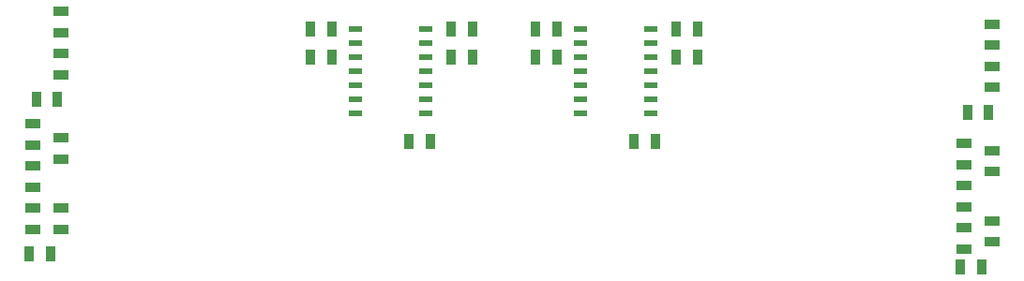
<source format=gbp>
G04 (created by PCBNEW (2013-07-07 BZR 4022)-stable) date 02/09/2014 18:49:16*
%MOIN*%
G04 Gerber Fmt 3.4, Leading zero omitted, Abs format*
%FSLAX34Y34*%
G01*
G70*
G90*
G04 APERTURE LIST*
%ADD10C,0.00393701*%
%ADD11R,0.035X0.055*%
%ADD12R,0.055X0.035*%
%ADD13R,0.045X0.02*%
G04 APERTURE END LIST*
G54D10*
G54D11*
X75725Y-34450D03*
X76475Y-34450D03*
X76725Y-28950D03*
X75975Y-28950D03*
G54D12*
X75850Y-32325D03*
X75850Y-31575D03*
X75850Y-30825D03*
X75850Y-30075D03*
X76850Y-28075D03*
X76850Y-27325D03*
X76850Y-26575D03*
X76850Y-25825D03*
X76850Y-31075D03*
X76850Y-30325D03*
X76850Y-33575D03*
X76850Y-32825D03*
X75850Y-33825D03*
X75850Y-33075D03*
X43750Y-26125D03*
X43750Y-25375D03*
X43750Y-27625D03*
X43750Y-26875D03*
X42750Y-30125D03*
X42750Y-29375D03*
X42750Y-31625D03*
X42750Y-30875D03*
G54D11*
X43625Y-28500D03*
X42875Y-28500D03*
X42625Y-34000D03*
X43375Y-34000D03*
G54D12*
X43750Y-30625D03*
X43750Y-29875D03*
X43750Y-33125D03*
X43750Y-32375D03*
X42750Y-33125D03*
X42750Y-32375D03*
G54D11*
X64875Y-30000D03*
X64125Y-30000D03*
X60625Y-27000D03*
X61375Y-27000D03*
X60625Y-26000D03*
X61375Y-26000D03*
X65625Y-27000D03*
X66375Y-27000D03*
X65625Y-26000D03*
X66375Y-26000D03*
G54D13*
X62200Y-29000D03*
X62200Y-28500D03*
X62200Y-28000D03*
X62200Y-27500D03*
X62200Y-27000D03*
X62200Y-26500D03*
X62200Y-26000D03*
X64700Y-26000D03*
X64700Y-26500D03*
X64700Y-27500D03*
X64700Y-28000D03*
X64700Y-28500D03*
X64700Y-29000D03*
X64700Y-27000D03*
G54D11*
X56875Y-30000D03*
X56125Y-30000D03*
X52625Y-27000D03*
X53375Y-27000D03*
X52625Y-26000D03*
X53375Y-26000D03*
X57625Y-27000D03*
X58375Y-27000D03*
X57625Y-26000D03*
X58375Y-26000D03*
G54D13*
X54200Y-29000D03*
X54200Y-28500D03*
X54200Y-28000D03*
X54200Y-27500D03*
X54200Y-27000D03*
X54200Y-26500D03*
X54200Y-26000D03*
X56700Y-26000D03*
X56700Y-26500D03*
X56700Y-27500D03*
X56700Y-28000D03*
X56700Y-28500D03*
X56700Y-29000D03*
X56700Y-27000D03*
M02*

</source>
